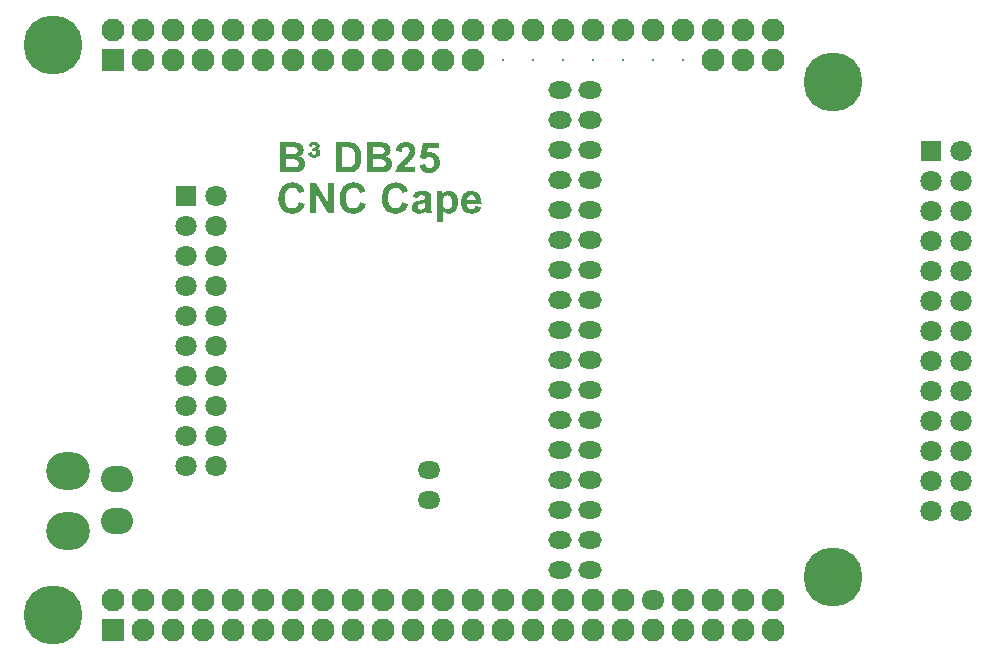
<source format=gts>
G04*
G04 #@! TF.GenerationSoftware,Altium Limited,CircuitStudio,1.5.2 (30)*
G04*
G04 Layer_Color=20142*
%FSLAX44Y44*%
%MOMM*%
G71*
G01*
G75*
%ADD45C,1.8032*%
%ADD46R,1.8032X1.8032*%
%ADD47O,3.7032X3.2032*%
%ADD48O,2.7032X2.2032*%
%ADD49O,1.9812X1.4732*%
%ADD50R,1.9532X1.9532*%
%ADD51C,1.9532*%
%ADD52O,1.9532X1.7032*%
%ADD53C,0.2032*%
%ADD54C,5.0033*%
%ADD55C,5.0032*%
%ADD56O,1.9304X1.4732*%
G36*
X3516778Y2009941D02*
X3517111Y2009904D01*
X3517518Y2009830D01*
X3517963Y2009756D01*
X3518444Y2009645D01*
X3518963Y2009496D01*
X3519481Y2009311D01*
X3520037Y2009089D01*
X3520592Y2008793D01*
X3521111Y2008497D01*
X3521629Y2008126D01*
X3522148Y2007682D01*
X3522592Y2007200D01*
X3522629Y2007163D01*
X3522703Y2007089D01*
X3522814Y2006904D01*
X3522962Y2006682D01*
X3523148Y2006386D01*
X3523333Y2006052D01*
X3523555Y2005608D01*
X3523777Y2005126D01*
X3523999Y2004571D01*
X3524221Y2003941D01*
X3524407Y2003275D01*
X3524592Y2002497D01*
X3524740Y2001682D01*
X3524851Y2000794D01*
X3524925Y1999868D01*
Y1998831D01*
X3512630D01*
Y1998794D01*
Y1998720D01*
Y1998609D01*
X3512667Y1998461D01*
X3512704Y1998090D01*
X3512778Y1997572D01*
X3512926Y1997053D01*
X3513148Y1996461D01*
X3513408Y1995905D01*
X3513778Y1995424D01*
X3513815Y1995387D01*
X3514000Y1995239D01*
X3514222Y1995054D01*
X3514556Y1994831D01*
X3514963Y1994609D01*
X3515482Y1994424D01*
X3516037Y1994276D01*
X3516630Y1994239D01*
X3516815D01*
X3517037Y1994276D01*
X3517296Y1994313D01*
X3517592Y1994387D01*
X3517926Y1994498D01*
X3518259Y1994646D01*
X3518555Y1994868D01*
X3518593Y1994905D01*
X3518704Y1994979D01*
X3518852Y1995128D01*
X3519000Y1995350D01*
X3519222Y1995646D01*
X3519407Y1995979D01*
X3519592Y1996424D01*
X3519778Y1996905D01*
X3524666Y1996090D01*
Y1996053D01*
X3524629Y1995979D01*
X3524555Y1995831D01*
X3524481Y1995646D01*
X3524370Y1995424D01*
X3524258Y1995165D01*
X3523925Y1994572D01*
X3523518Y1993905D01*
X3522999Y1993202D01*
X3522370Y1992572D01*
X3521666Y1991980D01*
X3521629D01*
X3521592Y1991906D01*
X3521444Y1991869D01*
X3521296Y1991758D01*
X3521111Y1991647D01*
X3520851Y1991535D01*
X3520592Y1991424D01*
X3520259Y1991276D01*
X3519518Y1991017D01*
X3518666Y1990795D01*
X3517667Y1990647D01*
X3516593Y1990573D01*
X3516371D01*
X3516148Y1990609D01*
X3515815D01*
X3515407Y1990684D01*
X3514926Y1990758D01*
X3514408Y1990832D01*
X3513889Y1990980D01*
X3513297Y1991128D01*
X3512704Y1991350D01*
X3512112Y1991609D01*
X3511519Y1991906D01*
X3510927Y1992276D01*
X3510371Y1992683D01*
X3509890Y1993165D01*
X3509408Y1993720D01*
X3509371Y1993757D01*
X3509334Y1993831D01*
X3509260Y1993980D01*
X3509112Y1994165D01*
X3509001Y1994424D01*
X3508853Y1994720D01*
X3508668Y1995054D01*
X3508519Y1995461D01*
X3508334Y1995905D01*
X3508186Y1996387D01*
X3508001Y1996905D01*
X3507890Y1997498D01*
X3507779Y1998090D01*
X3507668Y1998720D01*
X3507631Y1999423D01*
X3507593Y2000127D01*
Y2000164D01*
Y2000312D01*
Y2000571D01*
X3507631Y2000905D01*
X3507668Y2001275D01*
X3507704Y2001720D01*
X3507779Y2002201D01*
X3507890Y2002756D01*
X3508186Y2003905D01*
X3508371Y2004497D01*
X3508593Y2005126D01*
X3508890Y2005719D01*
X3509223Y2006275D01*
X3509593Y2006830D01*
X3510001Y2007348D01*
X3510038Y2007386D01*
X3510112Y2007460D01*
X3510260Y2007608D01*
X3510445Y2007756D01*
X3510667Y2007941D01*
X3510963Y2008163D01*
X3511297Y2008423D01*
X3511667Y2008682D01*
X3512075Y2008904D01*
X3512556Y2009163D01*
X3513037Y2009385D01*
X3513593Y2009570D01*
X3514148Y2009719D01*
X3514778Y2009867D01*
X3515407Y2009941D01*
X3516074Y2009978D01*
X3516482D01*
X3516778Y2009941D01*
D02*
G37*
G36*
X3475263D02*
X3475560D01*
X3476300Y2009867D01*
X3477078Y2009793D01*
X3477893Y2009645D01*
X3478671Y2009422D01*
X3479004Y2009311D01*
X3479337Y2009163D01*
X3479374D01*
X3479411Y2009126D01*
X3479596Y2009015D01*
X3479893Y2008867D01*
X3480226Y2008645D01*
X3480633Y2008348D01*
X3481004Y2008015D01*
X3481337Y2007608D01*
X3481633Y2007200D01*
X3481670Y2007126D01*
X3481744Y2006978D01*
X3481855Y2006645D01*
X3481892Y2006460D01*
X3481967Y2006201D01*
X3482041Y2005941D01*
X3482078Y2005608D01*
X3482152Y2005238D01*
X3482189Y2004830D01*
X3482226Y2004386D01*
X3482263Y2003905D01*
X3482300Y2003386D01*
Y2002793D01*
X3482226Y1997053D01*
Y1997016D01*
Y1996942D01*
Y1996831D01*
Y1996646D01*
Y1996201D01*
X3482263Y1995683D01*
Y1995090D01*
X3482337Y1994498D01*
X3482374Y1993905D01*
X3482448Y1993424D01*
Y1993387D01*
X3482485Y1993239D01*
X3482559Y1992980D01*
X3482633Y1992683D01*
X3482781Y1992313D01*
X3482929Y1991906D01*
X3483115Y1991461D01*
X3483337Y1990980D01*
X3478485D01*
Y1991017D01*
X3478448Y1991054D01*
X3478411Y1991202D01*
X3478337Y1991350D01*
X3478263Y1991535D01*
X3478189Y1991795D01*
X3478115Y1992091D01*
X3478004Y1992424D01*
Y1992461D01*
X3477967Y1992498D01*
X3477930Y1992646D01*
X3477856Y1992832D01*
X3477819Y1992980D01*
X3477745Y1992943D01*
X3477597Y1992794D01*
X3477337Y1992572D01*
X3477004Y1992313D01*
X3476597Y1992017D01*
X3476152Y1991684D01*
X3475634Y1991424D01*
X3475115Y1991165D01*
X3475041Y1991128D01*
X3474856Y1991091D01*
X3474560Y1990980D01*
X3474189Y1990869D01*
X3473745Y1990758D01*
X3473227Y1990684D01*
X3472634Y1990609D01*
X3472042Y1990573D01*
X3471783D01*
X3471560Y1990609D01*
X3471338D01*
X3471042Y1990647D01*
X3470412Y1990758D01*
X3469672Y1990943D01*
X3468931Y1991202D01*
X3468190Y1991572D01*
X3467523Y1992091D01*
Y1992128D01*
X3467450Y1992165D01*
X3467264Y1992387D01*
X3467005Y1992720D01*
X3466709Y1993165D01*
X3466413Y1993720D01*
X3466153Y1994387D01*
X3465968Y1995165D01*
X3465931Y1995572D01*
X3465894Y1996016D01*
Y1996090D01*
Y1996276D01*
X3465931Y1996572D01*
X3466005Y1996942D01*
X3466079Y1997387D01*
X3466190Y1997831D01*
X3466376Y1998312D01*
X3466635Y1998794D01*
X3466672Y1998868D01*
X3466783Y1999016D01*
X3466931Y1999238D01*
X3467190Y1999498D01*
X3467450Y1999794D01*
X3467820Y2000127D01*
X3468227Y2000423D01*
X3468709Y2000683D01*
X3468783Y2000720D01*
X3468968Y2000794D01*
X3469264Y2000905D01*
X3469709Y2001090D01*
X3470264Y2001275D01*
X3470931Y2001460D01*
X3471745Y2001645D01*
X3472634Y2001831D01*
X3472671D01*
X3472782Y2001868D01*
X3472968Y2001905D01*
X3473190Y2001942D01*
X3473486Y2001979D01*
X3473819Y2002053D01*
X3474560Y2002238D01*
X3475338Y2002423D01*
X3476152Y2002608D01*
X3476856Y2002831D01*
X3477189Y2002942D01*
X3477448Y2003053D01*
Y2003534D01*
Y2003608D01*
Y2003756D01*
X3477411Y2004016D01*
X3477374Y2004349D01*
X3477263Y2004682D01*
X3477152Y2005015D01*
X3476967Y2005312D01*
X3476708Y2005571D01*
X3476671Y2005608D01*
X3476560Y2005682D01*
X3476375Y2005756D01*
X3476115Y2005904D01*
X3475745Y2006015D01*
X3475301Y2006089D01*
X3474745Y2006163D01*
X3474078Y2006201D01*
X3473856D01*
X3473634Y2006163D01*
X3473338Y2006126D01*
X3473004Y2006052D01*
X3472634Y2005978D01*
X3472301Y2005830D01*
X3472005Y2005645D01*
X3471967Y2005608D01*
X3471894Y2005534D01*
X3471745Y2005423D01*
X3471597Y2005238D01*
X3471375Y2004978D01*
X3471190Y2004645D01*
X3471005Y2004275D01*
X3470820Y2003830D01*
X3466413Y2004645D01*
Y2004682D01*
X3466450Y2004756D01*
X3466487Y2004904D01*
X3466561Y2005090D01*
X3466635Y2005312D01*
X3466746Y2005571D01*
X3467005Y2006163D01*
X3467375Y2006793D01*
X3467820Y2007460D01*
X3468338Y2008089D01*
X3468968Y2008645D01*
X3469005D01*
X3469042Y2008719D01*
X3469153Y2008756D01*
X3469301Y2008867D01*
X3469523Y2008941D01*
X3469745Y2009052D01*
X3470042Y2009200D01*
X3470338Y2009311D01*
X3470709Y2009422D01*
X3471116Y2009570D01*
X3471560Y2009682D01*
X3472079Y2009756D01*
X3472597Y2009867D01*
X3473190Y2009904D01*
X3473782Y2009978D01*
X3475004D01*
X3475263Y2009941D01*
D02*
G37*
G36*
X3439590Y2051020D02*
X3440330Y2050983D01*
X3441071Y2050946D01*
X3441775Y2050872D01*
X3442404Y2050798D01*
X3442478D01*
X3442663Y2050761D01*
X3442923Y2050686D01*
X3443293Y2050575D01*
X3443700Y2050427D01*
X3444145Y2050242D01*
X3444626Y2050020D01*
X3445070Y2049724D01*
X3445107Y2049687D01*
X3445256Y2049576D01*
X3445478Y2049390D01*
X3445774Y2049168D01*
X3446070Y2048835D01*
X3446404Y2048465D01*
X3446737Y2048057D01*
X3447033Y2047576D01*
X3447070Y2047502D01*
X3447144Y2047354D01*
X3447292Y2047057D01*
X3447440Y2046687D01*
X3447589Y2046243D01*
X3447737Y2045761D01*
X3447811Y2045169D01*
X3447848Y2044576D01*
Y2044539D01*
Y2044502D01*
Y2044280D01*
X3447811Y2043947D01*
X3447737Y2043502D01*
X3447589Y2042984D01*
X3447440Y2042428D01*
X3447181Y2041873D01*
X3446848Y2041280D01*
X3446811Y2041206D01*
X3446663Y2041021D01*
X3446441Y2040762D01*
X3446182Y2040428D01*
X3445811Y2040095D01*
X3445367Y2039688D01*
X3444848Y2039354D01*
X3444256Y2039021D01*
X3444293D01*
X3444367Y2038984D01*
X3444478Y2038947D01*
X3444626Y2038910D01*
X3445070Y2038725D01*
X3445589Y2038466D01*
X3446144Y2038169D01*
X3446774Y2037762D01*
X3447329Y2037280D01*
X3447848Y2036688D01*
X3447885Y2036614D01*
X3448033Y2036392D01*
X3448255Y2036058D01*
X3448477Y2035614D01*
X3448700Y2035022D01*
X3448922Y2034392D01*
X3449070Y2033651D01*
X3449107Y2032836D01*
Y2032800D01*
Y2032762D01*
Y2032540D01*
X3449070Y2032207D01*
X3448996Y2031763D01*
X3448922Y2031244D01*
X3448774Y2030652D01*
X3448552Y2030059D01*
X3448293Y2029429D01*
X3448255Y2029355D01*
X3448144Y2029170D01*
X3447959Y2028874D01*
X3447700Y2028504D01*
X3447404Y2028059D01*
X3446996Y2027652D01*
X3446589Y2027207D01*
X3446070Y2026800D01*
X3445996Y2026763D01*
X3445811Y2026652D01*
X3445515Y2026467D01*
X3445107Y2026282D01*
X3444589Y2026059D01*
X3443997Y2025874D01*
X3443330Y2025689D01*
X3442589Y2025578D01*
X3442441D01*
X3442293Y2025541D01*
X3441923D01*
X3441664Y2025504D01*
X3440960D01*
X3440515Y2025467D01*
X3439404D01*
X3438775Y2025430D01*
X3427665D01*
Y2051057D01*
X3438923D01*
X3439590Y2051020D01*
D02*
G37*
G36*
X3383818Y2051316D02*
X3384299Y2051242D01*
X3384854Y2051131D01*
X3385410Y2050909D01*
X3385966Y2050650D01*
X3386484Y2050279D01*
X3386558Y2050242D01*
X3386706Y2050094D01*
X3386891Y2049872D01*
X3387151Y2049576D01*
X3387373Y2049205D01*
X3387595Y2048798D01*
X3387743Y2048316D01*
X3387780Y2047798D01*
Y2047761D01*
Y2047687D01*
Y2047576D01*
X3387743Y2047390D01*
X3387632Y2047020D01*
X3387410Y2046576D01*
X3387373Y2046539D01*
X3387336Y2046465D01*
X3387225Y2046317D01*
X3387076Y2046131D01*
X3386891Y2045909D01*
X3386632Y2045687D01*
X3386373Y2045502D01*
X3386077Y2045280D01*
X3386114D01*
X3386262Y2045206D01*
X3386484Y2045094D01*
X3386743Y2044983D01*
X3387039Y2044798D01*
X3387336Y2044576D01*
X3387632Y2044354D01*
X3387891Y2044058D01*
X3387928Y2044021D01*
X3388002Y2043909D01*
X3388076Y2043761D01*
X3388224Y2043502D01*
X3388336Y2043243D01*
X3388410Y2042910D01*
X3388484Y2042576D01*
X3388521Y2042169D01*
Y2042095D01*
X3388484Y2041873D01*
X3388447Y2041576D01*
X3388336Y2041169D01*
X3388150Y2040725D01*
X3387891Y2040206D01*
X3387521Y2039725D01*
X3387039Y2039206D01*
X3386965Y2039169D01*
X3386780Y2039021D01*
X3386447Y2038799D01*
X3386003Y2038577D01*
X3385447Y2038354D01*
X3384780Y2038132D01*
X3384003Y2037984D01*
X3383151Y2037947D01*
X3382780D01*
X3382373Y2038021D01*
X3381855Y2038095D01*
X3381299Y2038206D01*
X3380707Y2038392D01*
X3380114Y2038651D01*
X3379559Y2039021D01*
X3379485Y2039058D01*
X3379337Y2039243D01*
X3379114Y2039465D01*
X3378855Y2039799D01*
X3378596Y2040243D01*
X3378337Y2040725D01*
X3378152Y2041317D01*
X3378004Y2041984D01*
X3381225Y2042354D01*
Y2042317D01*
X3381262Y2042206D01*
X3381299Y2042021D01*
X3381336Y2041799D01*
X3381522Y2041354D01*
X3381670Y2041095D01*
X3381818Y2040910D01*
X3381855D01*
X3381929Y2040836D01*
X3382040Y2040762D01*
X3382188Y2040688D01*
X3382373Y2040614D01*
X3382596Y2040539D01*
X3382855Y2040502D01*
X3383151Y2040465D01*
X3383299D01*
X3383447Y2040502D01*
X3383633Y2040539D01*
X3384077Y2040688D01*
X3384299Y2040799D01*
X3384521Y2040984D01*
X3384558Y2041021D01*
X3384595Y2041095D01*
X3384706Y2041206D01*
X3384818Y2041354D01*
X3384891Y2041539D01*
X3385003Y2041761D01*
X3385040Y2042021D01*
X3385077Y2042317D01*
Y2042354D01*
Y2042428D01*
X3385040Y2042576D01*
X3385003Y2042761D01*
X3384854Y2043132D01*
X3384743Y2043354D01*
X3384558Y2043539D01*
X3384521Y2043576D01*
X3384484Y2043613D01*
X3384336Y2043687D01*
X3384188Y2043798D01*
X3383781Y2043983D01*
X3383558Y2044021D01*
X3383262Y2044058D01*
X3383040D01*
X3382855Y2044021D01*
X3382632Y2043983D01*
X3382373Y2043947D01*
X3382040Y2043872D01*
X3381670Y2043761D01*
X3382077Y2046354D01*
X3382373D01*
X3382596Y2046391D01*
X3383040Y2046428D01*
X3383484Y2046539D01*
X3383521D01*
X3383558Y2046576D01*
X3383781Y2046687D01*
X3384003Y2046835D01*
X3384225Y2047020D01*
X3384262Y2047094D01*
X3384336Y2047242D01*
X3384410Y2047465D01*
X3384447Y2047724D01*
Y2047761D01*
Y2047798D01*
X3384410Y2048020D01*
X3384299Y2048279D01*
X3384077Y2048539D01*
X3384003Y2048576D01*
X3383818Y2048724D01*
X3383484Y2048835D01*
X3383003Y2048872D01*
X3382892D01*
X3382744Y2048835D01*
X3382596D01*
X3382225Y2048687D01*
X3382040Y2048613D01*
X3381855Y2048465D01*
X3381781Y2048390D01*
X3381707Y2048279D01*
X3381633Y2048168D01*
X3381522Y2047983D01*
X3381447Y2047761D01*
X3381373Y2047465D01*
X3381299Y2047168D01*
X3378188Y2047613D01*
Y2047650D01*
X3378226Y2047687D01*
X3378263Y2047909D01*
X3378374Y2048205D01*
X3378485Y2048613D01*
X3378670Y2049020D01*
X3378892Y2049427D01*
X3379151Y2049835D01*
X3379448Y2050168D01*
X3379522Y2050205D01*
X3379707Y2050353D01*
X3380003Y2050538D01*
X3380410Y2050798D01*
X3380929Y2051020D01*
X3381559Y2051205D01*
X3382262Y2051353D01*
X3383077Y2051390D01*
X3383447D01*
X3383818Y2051316D01*
D02*
G37*
G36*
X3488510Y2046131D02*
X3479215D01*
X3478438Y2041761D01*
X3478474D01*
X3478511Y2041799D01*
X3478734Y2041910D01*
X3479067Y2042021D01*
X3479474Y2042206D01*
X3479993Y2042354D01*
X3480548Y2042465D01*
X3481178Y2042576D01*
X3481807Y2042613D01*
X3482141D01*
X3482363Y2042576D01*
X3482622Y2042539D01*
X3482955Y2042502D01*
X3483326Y2042428D01*
X3483733Y2042317D01*
X3484585Y2042021D01*
X3485066Y2041836D01*
X3485511Y2041613D01*
X3485992Y2041317D01*
X3486474Y2040984D01*
X3486918Y2040614D01*
X3487362Y2040206D01*
X3487399Y2040169D01*
X3487473Y2040095D01*
X3487585Y2039947D01*
X3487733Y2039762D01*
X3487881Y2039539D01*
X3488103Y2039243D01*
X3488288Y2038910D01*
X3488510Y2038540D01*
X3488733Y2038132D01*
X3488918Y2037651D01*
X3489140Y2037132D01*
X3489288Y2036614D01*
X3489436Y2036021D01*
X3489547Y2035392D01*
X3489621Y2034725D01*
X3489659Y2034022D01*
Y2033985D01*
Y2033873D01*
Y2033725D01*
X3489621Y2033503D01*
Y2033207D01*
X3489547Y2032874D01*
X3489510Y2032503D01*
X3489436Y2032133D01*
X3489214Y2031244D01*
X3488881Y2030281D01*
X3488659Y2029763D01*
X3488436Y2029281D01*
X3488140Y2028800D01*
X3487807Y2028318D01*
X3487770Y2028281D01*
X3487696Y2028170D01*
X3487548Y2028022D01*
X3487362Y2027800D01*
X3487103Y2027541D01*
X3486770Y2027245D01*
X3486400Y2026948D01*
X3485992Y2026652D01*
X3485511Y2026319D01*
X3484992Y2026022D01*
X3484437Y2025726D01*
X3483807Y2025467D01*
X3483141Y2025245D01*
X3482437Y2025097D01*
X3481659Y2024986D01*
X3480844Y2024948D01*
X3480511D01*
X3480252Y2024986D01*
X3479956Y2025022D01*
X3479585Y2025060D01*
X3479215Y2025097D01*
X3478771Y2025171D01*
X3477882Y2025393D01*
X3476882Y2025763D01*
X3476400Y2025948D01*
X3475919Y2026208D01*
X3475475Y2026504D01*
X3475030Y2026837D01*
X3474993Y2026874D01*
X3474919Y2026911D01*
X3474808Y2027022D01*
X3474660Y2027170D01*
X3474512Y2027393D01*
X3474290Y2027615D01*
X3474105Y2027874D01*
X3473882Y2028170D01*
X3473623Y2028541D01*
X3473401Y2028911D01*
X3472993Y2029800D01*
X3472623Y2030800D01*
X3472512Y2031355D01*
X3472401Y2031948D01*
X3477289Y2032466D01*
Y2032392D01*
X3477326Y2032207D01*
X3477401Y2031874D01*
X3477512Y2031503D01*
X3477660Y2031096D01*
X3477882Y2030652D01*
X3478178Y2030244D01*
X3478511Y2029837D01*
X3478549Y2029800D01*
X3478697Y2029689D01*
X3478919Y2029541D01*
X3479215Y2029355D01*
X3479548Y2029170D01*
X3479956Y2029022D01*
X3480437Y2028911D01*
X3480919Y2028874D01*
X3480993D01*
X3481178Y2028911D01*
X3481474Y2028948D01*
X3481844Y2029022D01*
X3482252Y2029170D01*
X3482696Y2029392D01*
X3483141Y2029726D01*
X3483548Y2030133D01*
X3483585Y2030207D01*
X3483733Y2030355D01*
X3483881Y2030652D01*
X3484103Y2031096D01*
X3484289Y2031614D01*
X3484474Y2032244D01*
X3484585Y2033022D01*
X3484622Y2033911D01*
Y2033947D01*
Y2034022D01*
Y2034133D01*
Y2034318D01*
X3484585Y2034725D01*
X3484474Y2035244D01*
X3484363Y2035836D01*
X3484178Y2036429D01*
X3483918Y2036984D01*
X3483548Y2037466D01*
X3483511Y2037503D01*
X3483363Y2037651D01*
X3483104Y2037836D01*
X3482807Y2038095D01*
X3482400Y2038317D01*
X3481919Y2038503D01*
X3481363Y2038651D01*
X3480771Y2038688D01*
X3480548D01*
X3480400Y2038651D01*
X3480030Y2038577D01*
X3479511Y2038466D01*
X3478919Y2038243D01*
X3478289Y2037910D01*
X3477956Y2037688D01*
X3477623Y2037429D01*
X3477289Y2037132D01*
X3476956Y2036799D01*
X3472993Y2037354D01*
X3475512Y2050724D01*
X3488510D01*
Y2046131D01*
D02*
G37*
G36*
X3461476Y2051168D02*
X3461809Y2051131D01*
X3462180Y2051094D01*
X3462587Y2051020D01*
X3463032Y2050946D01*
X3463994Y2050686D01*
X3464957Y2050316D01*
X3465476Y2050094D01*
X3465920Y2049835D01*
X3466402Y2049501D01*
X3466809Y2049131D01*
X3466846Y2049094D01*
X3466920Y2049057D01*
X3466994Y2048909D01*
X3467142Y2048761D01*
X3467327Y2048576D01*
X3467513Y2048316D01*
X3467698Y2048057D01*
X3467920Y2047724D01*
X3468290Y2046983D01*
X3468661Y2046131D01*
X3468809Y2045650D01*
X3468883Y2045132D01*
X3468957Y2044576D01*
X3468994Y2044021D01*
Y2043947D01*
Y2043724D01*
X3468957Y2043391D01*
X3468920Y2042984D01*
X3468846Y2042465D01*
X3468735Y2041910D01*
X3468587Y2041317D01*
X3468364Y2040725D01*
X3468327Y2040650D01*
X3468253Y2040465D01*
X3468105Y2040132D01*
X3467883Y2039725D01*
X3467624Y2039243D01*
X3467290Y2038688D01*
X3466883Y2038095D01*
X3466402Y2037466D01*
X3466365Y2037429D01*
X3466216Y2037243D01*
X3465994Y2036984D01*
X3465661Y2036614D01*
X3465216Y2036169D01*
X3464661Y2035577D01*
X3463994Y2034947D01*
X3463180Y2034170D01*
X3463143Y2034133D01*
X3463069Y2034096D01*
X3462957Y2033985D01*
X3462809Y2033836D01*
X3462402Y2033466D01*
X3461920Y2033022D01*
X3461439Y2032540D01*
X3460958Y2032059D01*
X3460513Y2031651D01*
X3460365Y2031466D01*
X3460217Y2031318D01*
X3460180Y2031281D01*
X3460106Y2031207D01*
X3459995Y2031059D01*
X3459847Y2030874D01*
X3459514Y2030466D01*
X3459217Y2029985D01*
X3468994D01*
Y2025430D01*
X3451773D01*
Y2025467D01*
Y2025541D01*
X3451811Y2025689D01*
X3451848Y2025874D01*
X3451884Y2026096D01*
X3451922Y2026356D01*
X3452070Y2027022D01*
X3452292Y2027763D01*
X3452588Y2028578D01*
X3452958Y2029467D01*
X3453440Y2030318D01*
Y2030355D01*
X3453514Y2030429D01*
X3453588Y2030578D01*
X3453736Y2030726D01*
X3453884Y2030985D01*
X3454107Y2031244D01*
X3454366Y2031577D01*
X3454662Y2031948D01*
X3454995Y2032392D01*
X3455403Y2032836D01*
X3455847Y2033355D01*
X3456366Y2033911D01*
X3456921Y2034466D01*
X3457551Y2035096D01*
X3458217Y2035762D01*
X3458958Y2036466D01*
X3458995Y2036503D01*
X3459106Y2036614D01*
X3459254Y2036762D01*
X3459476Y2036984D01*
X3459773Y2037206D01*
X3460069Y2037503D01*
X3460735Y2038169D01*
X3461402Y2038873D01*
X3462069Y2039577D01*
X3462365Y2039873D01*
X3462661Y2040206D01*
X3462883Y2040465D01*
X3463032Y2040688D01*
X3463069Y2040762D01*
X3463180Y2040947D01*
X3463365Y2041243D01*
X3463550Y2041650D01*
X3463735Y2042095D01*
X3463920Y2042613D01*
X3464031Y2043132D01*
X3464069Y2043687D01*
Y2043724D01*
Y2043761D01*
Y2043947D01*
X3464031Y2044280D01*
X3463958Y2044650D01*
X3463846Y2045058D01*
X3463698Y2045465D01*
X3463476Y2045872D01*
X3463180Y2046243D01*
X3463143Y2046279D01*
X3463032Y2046391D01*
X3462809Y2046539D01*
X3462550Y2046687D01*
X3462180Y2046835D01*
X3461772Y2046983D01*
X3461291Y2047094D01*
X3460735Y2047131D01*
X3460476D01*
X3460180Y2047094D01*
X3459847Y2047020D01*
X3459439Y2046909D01*
X3459032Y2046724D01*
X3458625Y2046502D01*
X3458254Y2046205D01*
X3458217Y2046169D01*
X3458106Y2046020D01*
X3457958Y2045798D01*
X3457810Y2045465D01*
X3457625Y2045058D01*
X3457477Y2044502D01*
X3457328Y2043872D01*
X3457254Y2043132D01*
X3452366Y2043613D01*
Y2043650D01*
X3452403Y2043798D01*
Y2043983D01*
X3452477Y2044280D01*
X3452514Y2044613D01*
X3452625Y2044983D01*
X3452737Y2045391D01*
X3452848Y2045872D01*
X3453218Y2046798D01*
X3453662Y2047761D01*
X3453958Y2048242D01*
X3454292Y2048687D01*
X3454662Y2049057D01*
X3455069Y2049427D01*
X3455107Y2049464D01*
X3455180Y2049501D01*
X3455292Y2049576D01*
X3455477Y2049724D01*
X3455699Y2049835D01*
X3455995Y2049983D01*
X3456292Y2050168D01*
X3456662Y2050316D01*
X3457069Y2050501D01*
X3457514Y2050650D01*
X3458477Y2050946D01*
X3459625Y2051131D01*
X3460217Y2051168D01*
X3460847Y2051205D01*
X3461217D01*
X3461476Y2051168D01*
D02*
G37*
G36*
X3412333Y2051020D02*
X3413037Y2050983D01*
X3413814Y2050946D01*
X3414629Y2050835D01*
X3415407Y2050724D01*
X3416111Y2050538D01*
X3416147D01*
X3416222Y2050501D01*
X3416333Y2050464D01*
X3416481Y2050427D01*
X3416925Y2050242D01*
X3417444Y2049983D01*
X3418036Y2049650D01*
X3418703Y2049242D01*
X3419332Y2048761D01*
X3419962Y2048168D01*
X3419999D01*
X3420036Y2048094D01*
X3420221Y2047872D01*
X3420518Y2047502D01*
X3420851Y2047020D01*
X3421258Y2046428D01*
X3421666Y2045724D01*
X3422073Y2044909D01*
X3422406Y2044021D01*
Y2043983D01*
X3422443Y2043909D01*
X3422480Y2043761D01*
X3422554Y2043576D01*
X3422591Y2043354D01*
X3422665Y2043058D01*
X3422740Y2042724D01*
X3422851Y2042354D01*
X3422924Y2041947D01*
X3422999Y2041465D01*
X3423073Y2040984D01*
X3423110Y2040428D01*
X3423221Y2039280D01*
X3423258Y2037984D01*
Y2037947D01*
Y2037836D01*
Y2037688D01*
Y2037466D01*
X3423221Y2037169D01*
Y2036873D01*
X3423184Y2036503D01*
X3423147Y2036095D01*
X3423073Y2035244D01*
X3422924Y2034355D01*
X3422702Y2033429D01*
X3422443Y2032540D01*
Y2032503D01*
X3422406Y2032429D01*
X3422332Y2032281D01*
X3422258Y2032059D01*
X3422184Y2031837D01*
X3422036Y2031577D01*
X3421740Y2030911D01*
X3421369Y2030207D01*
X3420888Y2029429D01*
X3420332Y2028689D01*
X3419703Y2027985D01*
X3419629Y2027911D01*
X3419443Y2027763D01*
X3419147Y2027541D01*
X3418740Y2027245D01*
X3418221Y2026911D01*
X3417629Y2026578D01*
X3416888Y2026245D01*
X3416074Y2025948D01*
X3416036D01*
X3415999Y2025911D01*
X3415888D01*
X3415777Y2025874D01*
X3415370Y2025800D01*
X3414851Y2025689D01*
X3414222Y2025578D01*
X3413444Y2025504D01*
X3412518Y2025467D01*
X3411518Y2025430D01*
X3401816D01*
Y2051057D01*
X3412037D01*
X3412333Y2051020D01*
D02*
G37*
G36*
X3365719Y2017051D02*
X3366127Y2017014D01*
X3366571Y2016940D01*
X3367090Y2016866D01*
X3367645Y2016755D01*
X3368238Y2016607D01*
X3368867Y2016422D01*
X3369497Y2016199D01*
X3370163Y2015903D01*
X3370793Y2015607D01*
X3371385Y2015237D01*
X3372015Y2014792D01*
X3372570Y2014311D01*
X3372607D01*
X3372644Y2014237D01*
X3372756Y2014126D01*
X3372867Y2014014D01*
X3373015Y2013829D01*
X3373163Y2013607D01*
X3373570Y2013089D01*
X3373978Y2012422D01*
X3374422Y2011607D01*
X3374829Y2010681D01*
X3375200Y2009608D01*
X3370089Y2008385D01*
Y2008423D01*
X3370052Y2008459D01*
Y2008571D01*
X3369978Y2008719D01*
X3369867Y2009052D01*
X3369682Y2009496D01*
X3369423Y2010015D01*
X3369089Y2010533D01*
X3368645Y2011052D01*
X3368163Y2011496D01*
X3368090Y2011533D01*
X3367904Y2011681D01*
X3367608Y2011867D01*
X3367201Y2012089D01*
X3366682Y2012311D01*
X3366090Y2012496D01*
X3365423Y2012644D01*
X3364682Y2012681D01*
X3364423D01*
X3364201Y2012644D01*
X3363979Y2012607D01*
X3363683Y2012570D01*
X3363053Y2012422D01*
X3362312Y2012163D01*
X3361535Y2011792D01*
X3361127Y2011570D01*
X3360757Y2011311D01*
X3360386Y2010978D01*
X3360053Y2010607D01*
Y2010570D01*
X3359979Y2010496D01*
X3359905Y2010385D01*
X3359794Y2010200D01*
X3359646Y2009978D01*
X3359498Y2009719D01*
X3359350Y2009385D01*
X3359201Y2009015D01*
X3359016Y2008571D01*
X3358868Y2008089D01*
X3358720Y2007534D01*
X3358572Y2006941D01*
X3358461Y2006275D01*
X3358387Y2005571D01*
X3358350Y2004793D01*
X3358313Y2003941D01*
Y2003905D01*
Y2003719D01*
Y2003460D01*
X3358350Y2003164D01*
Y2002756D01*
X3358424Y2002275D01*
X3358461Y2001794D01*
X3358535Y2001238D01*
X3358757Y2000090D01*
X3359053Y1998942D01*
X3359239Y1998387D01*
X3359498Y1997868D01*
X3359757Y1997387D01*
X3360053Y1996979D01*
X3360090Y1996942D01*
X3360127Y1996905D01*
X3360238Y1996794D01*
X3360386Y1996646D01*
X3360757Y1996350D01*
X3361275Y1995979D01*
X3361905Y1995572D01*
X3362682Y1995276D01*
X3363571Y1995016D01*
X3364053Y1994979D01*
X3364571Y1994942D01*
X3364756D01*
X3364904Y1994979D01*
X3365312Y1995016D01*
X3365793Y1995090D01*
X3366312Y1995276D01*
X3366904Y1995498D01*
X3367497Y1995794D01*
X3368090Y1996239D01*
X3368163Y1996313D01*
X3368349Y1996498D01*
X3368608Y1996794D01*
X3368904Y1997238D01*
X3369275Y1997831D01*
X3369608Y1998535D01*
X3369941Y1999386D01*
X3370237Y2000386D01*
X3375274Y1998831D01*
Y1998794D01*
X3375237Y1998646D01*
X3375163Y1998423D01*
X3375052Y1998127D01*
X3374904Y1997794D01*
X3374755Y1997387D01*
X3374570Y1996942D01*
X3374348Y1996461D01*
X3373830Y1995461D01*
X3373163Y1994424D01*
X3372348Y1993424D01*
X3371904Y1992980D01*
X3371422Y1992572D01*
X3371385Y1992535D01*
X3371311Y1992498D01*
X3371163Y1992387D01*
X3370941Y1992239D01*
X3370682Y1992091D01*
X3370349Y1991943D01*
X3369978Y1991758D01*
X3369571Y1991572D01*
X3369089Y1991350D01*
X3368571Y1991165D01*
X3368015Y1991017D01*
X3367423Y1990869D01*
X3366793Y1990721D01*
X3366090Y1990609D01*
X3365386Y1990573D01*
X3364608Y1990535D01*
X3364386D01*
X3364127Y1990573D01*
X3363757Y1990609D01*
X3363349Y1990647D01*
X3362831Y1990721D01*
X3362275Y1990832D01*
X3361646Y1990980D01*
X3361016Y1991165D01*
X3360349Y1991387D01*
X3359646Y1991684D01*
X3358942Y1992017D01*
X3358239Y1992387D01*
X3357535Y1992869D01*
X3356868Y1993387D01*
X3356239Y1994017D01*
X3356202Y1994054D01*
X3356091Y1994165D01*
X3355943Y1994387D01*
X3355721Y1994646D01*
X3355498Y1995016D01*
X3355202Y1995424D01*
X3354906Y1995942D01*
X3354609Y1996535D01*
X3354313Y1997164D01*
X3354017Y1997868D01*
X3353721Y1998683D01*
X3353499Y1999534D01*
X3353276Y2000423D01*
X3353128Y2001423D01*
X3353017Y2002460D01*
X3352980Y2003571D01*
Y2003608D01*
Y2003645D01*
Y2003867D01*
X3353017Y2004201D01*
Y2004645D01*
X3353091Y2005164D01*
X3353165Y2005793D01*
X3353239Y2006460D01*
X3353387Y2007237D01*
X3353572Y2008015D01*
X3353795Y2008830D01*
X3354054Y2009645D01*
X3354387Y2010496D01*
X3354757Y2011311D01*
X3355202Y2012089D01*
X3355683Y2012829D01*
X3356276Y2013533D01*
X3356313Y2013570D01*
X3356424Y2013681D01*
X3356609Y2013866D01*
X3356868Y2014089D01*
X3357202Y2014348D01*
X3357609Y2014644D01*
X3358054Y2014977D01*
X3358609Y2015311D01*
X3359201Y2015644D01*
X3359831Y2015977D01*
X3360572Y2016273D01*
X3361312Y2016533D01*
X3362164Y2016755D01*
X3363016Y2016940D01*
X3363979Y2017051D01*
X3364942Y2017088D01*
X3365386D01*
X3365719Y2017051D01*
D02*
G37*
G36*
X3417418D02*
X3417825Y2017014D01*
X3418269Y2016940D01*
X3418788Y2016866D01*
X3419343Y2016755D01*
X3419936Y2016607D01*
X3420565Y2016422D01*
X3421195Y2016199D01*
X3421862Y2015903D01*
X3422491Y2015607D01*
X3423084Y2015237D01*
X3423713Y2014792D01*
X3424269Y2014311D01*
X3424306D01*
X3424343Y2014237D01*
X3424454Y2014126D01*
X3424565Y2014014D01*
X3424713Y2013829D01*
X3424861Y2013607D01*
X3425269Y2013089D01*
X3425676Y2012422D01*
X3426121Y2011607D01*
X3426528Y2010681D01*
X3426898Y2009608D01*
X3421788Y2008385D01*
Y2008423D01*
X3421750Y2008459D01*
Y2008571D01*
X3421677Y2008719D01*
X3421566Y2009052D01*
X3421380Y2009496D01*
X3421121Y2010015D01*
X3420788Y2010533D01*
X3420343Y2011052D01*
X3419862Y2011496D01*
X3419788Y2011533D01*
X3419603Y2011681D01*
X3419306Y2011867D01*
X3418899Y2012089D01*
X3418380Y2012311D01*
X3417788Y2012496D01*
X3417121Y2012644D01*
X3416381Y2012681D01*
X3416122D01*
X3415899Y2012644D01*
X3415677Y2012607D01*
X3415381Y2012570D01*
X3414751Y2012422D01*
X3414011Y2012163D01*
X3413233Y2011792D01*
X3412826Y2011570D01*
X3412455Y2011311D01*
X3412085Y2010978D01*
X3411752Y2010607D01*
Y2010570D01*
X3411678Y2010496D01*
X3411603Y2010385D01*
X3411492Y2010200D01*
X3411344Y2009978D01*
X3411196Y2009719D01*
X3411048Y2009385D01*
X3410900Y2009015D01*
X3410715Y2008571D01*
X3410566Y2008089D01*
X3410418Y2007534D01*
X3410270Y2006941D01*
X3410159Y2006275D01*
X3410085Y2005571D01*
X3410048Y2004793D01*
X3410011Y2003941D01*
Y2003905D01*
Y2003719D01*
Y2003460D01*
X3410048Y2003164D01*
Y2002756D01*
X3410122Y2002275D01*
X3410159Y2001794D01*
X3410233Y2001238D01*
X3410455Y2000090D01*
X3410752Y1998942D01*
X3410937Y1998387D01*
X3411196Y1997868D01*
X3411455Y1997387D01*
X3411752Y1996979D01*
X3411789Y1996942D01*
X3411826Y1996905D01*
X3411937Y1996794D01*
X3412085Y1996646D01*
X3412455Y1996350D01*
X3412974Y1995979D01*
X3413603Y1995572D01*
X3414381Y1995276D01*
X3415270Y1995016D01*
X3415751Y1994979D01*
X3416270Y1994942D01*
X3416455D01*
X3416603Y1994979D01*
X3417010Y1995016D01*
X3417492Y1995090D01*
X3418010Y1995276D01*
X3418603Y1995498D01*
X3419195Y1995794D01*
X3419788Y1996239D01*
X3419862Y1996313D01*
X3420047Y1996498D01*
X3420306Y1996794D01*
X3420602Y1997238D01*
X3420973Y1997831D01*
X3421306Y1998535D01*
X3421639Y1999386D01*
X3421936Y2000386D01*
X3426972Y1998831D01*
Y1998794D01*
X3426935Y1998646D01*
X3426861Y1998423D01*
X3426750Y1998127D01*
X3426602Y1997794D01*
X3426454Y1997387D01*
X3426269Y1996942D01*
X3426046Y1996461D01*
X3425528Y1995461D01*
X3424861Y1994424D01*
X3424047Y1993424D01*
X3423602Y1992980D01*
X3423121Y1992572D01*
X3423084Y1992535D01*
X3423010Y1992498D01*
X3422862Y1992387D01*
X3422639Y1992239D01*
X3422380Y1992091D01*
X3422047Y1991943D01*
X3421677Y1991758D01*
X3421269Y1991572D01*
X3420788Y1991350D01*
X3420269Y1991165D01*
X3419714Y1991017D01*
X3419121Y1990869D01*
X3418492Y1990721D01*
X3417788Y1990609D01*
X3417084Y1990573D01*
X3416307Y1990535D01*
X3416085D01*
X3415825Y1990573D01*
X3415455Y1990609D01*
X3415048Y1990647D01*
X3414529Y1990721D01*
X3413974Y1990832D01*
X3413344Y1990980D01*
X3412715Y1991165D01*
X3412048Y1991387D01*
X3411344Y1991684D01*
X3410641Y1992017D01*
X3409937Y1992387D01*
X3409233Y1992869D01*
X3408567Y1993387D01*
X3407937Y1994017D01*
X3407900Y1994054D01*
X3407789Y1994165D01*
X3407641Y1994387D01*
X3407419Y1994646D01*
X3407196Y1995016D01*
X3406900Y1995424D01*
X3406604Y1995942D01*
X3406308Y1996535D01*
X3406011Y1997164D01*
X3405715Y1997868D01*
X3405419Y1998683D01*
X3405197Y1999534D01*
X3404974Y2000423D01*
X3404826Y2001423D01*
X3404715Y2002460D01*
X3404678Y2003571D01*
Y2003608D01*
Y2003645D01*
Y2003867D01*
X3404715Y2004201D01*
Y2004645D01*
X3404789Y2005164D01*
X3404863Y2005793D01*
X3404937Y2006460D01*
X3405085Y2007237D01*
X3405271Y2008015D01*
X3405493Y2008830D01*
X3405752Y2009645D01*
X3406086Y2010496D01*
X3406456Y2011311D01*
X3406900Y2012089D01*
X3407382Y2012829D01*
X3407974Y2013533D01*
X3408011Y2013570D01*
X3408122Y2013681D01*
X3408307Y2013866D01*
X3408567Y2014089D01*
X3408900Y2014348D01*
X3409307Y2014644D01*
X3409752Y2014977D01*
X3410307Y2015311D01*
X3410900Y2015644D01*
X3411530Y2015977D01*
X3412270Y2016273D01*
X3413011Y2016533D01*
X3413863Y2016755D01*
X3414714Y2016940D01*
X3415677Y2017051D01*
X3416640Y2017088D01*
X3417084D01*
X3417418Y2017051D01*
D02*
G37*
G36*
X3453229D02*
X3453636Y2017014D01*
X3454081Y2016940D01*
X3454599Y2016866D01*
X3455154Y2016755D01*
X3455747Y2016607D01*
X3456377Y2016422D01*
X3457006Y2016199D01*
X3457673Y2015903D01*
X3458302Y2015607D01*
X3458895Y2015237D01*
X3459525Y2014792D01*
X3460080Y2014311D01*
X3460117D01*
X3460154Y2014237D01*
X3460265Y2014126D01*
X3460376Y2014014D01*
X3460524Y2013829D01*
X3460673Y2013607D01*
X3461080Y2013089D01*
X3461487Y2012422D01*
X3461931Y2011607D01*
X3462339Y2010681D01*
X3462709Y2009608D01*
X3457599Y2008385D01*
Y2008423D01*
X3457562Y2008459D01*
Y2008571D01*
X3457487Y2008719D01*
X3457376Y2009052D01*
X3457191Y2009496D01*
X3456932Y2010015D01*
X3456599Y2010533D01*
X3456154Y2011052D01*
X3455673Y2011496D01*
X3455599Y2011533D01*
X3455414Y2011681D01*
X3455117Y2011867D01*
X3454710Y2012089D01*
X3454192Y2012311D01*
X3453599Y2012496D01*
X3452932Y2012644D01*
X3452192Y2012681D01*
X3451933D01*
X3451711Y2012644D01*
X3451488Y2012607D01*
X3451192Y2012570D01*
X3450562Y2012422D01*
X3449822Y2012163D01*
X3449044Y2011792D01*
X3448637Y2011570D01*
X3448266Y2011311D01*
X3447896Y2010978D01*
X3447563Y2010607D01*
Y2010570D01*
X3447489Y2010496D01*
X3447415Y2010385D01*
X3447303Y2010200D01*
X3447155Y2009978D01*
X3447007Y2009719D01*
X3446859Y2009385D01*
X3446711Y2009015D01*
X3446526Y2008571D01*
X3446378Y2008089D01*
X3446230Y2007534D01*
X3446082Y2006941D01*
X3445970Y2006275D01*
X3445896Y2005571D01*
X3445859Y2004793D01*
X3445822Y2003941D01*
Y2003905D01*
Y2003719D01*
Y2003460D01*
X3445859Y2003164D01*
Y2002756D01*
X3445933Y2002275D01*
X3445970Y2001794D01*
X3446044Y2001238D01*
X3446266Y2000090D01*
X3446563Y1998942D01*
X3446748Y1998387D01*
X3447007Y1997868D01*
X3447267Y1997387D01*
X3447563Y1996979D01*
X3447600Y1996942D01*
X3447637Y1996905D01*
X3447748Y1996794D01*
X3447896Y1996646D01*
X3448266Y1996350D01*
X3448785Y1995979D01*
X3449414Y1995572D01*
X3450192Y1995276D01*
X3451081Y1995016D01*
X3451562Y1994979D01*
X3452081Y1994942D01*
X3452266D01*
X3452414Y1994979D01*
X3452821Y1995016D01*
X3453303Y1995090D01*
X3453821Y1995276D01*
X3454414Y1995498D01*
X3455006Y1995794D01*
X3455599Y1996239D01*
X3455673Y1996313D01*
X3455858Y1996498D01*
X3456117Y1996794D01*
X3456414Y1997238D01*
X3456784Y1997831D01*
X3457117Y1998535D01*
X3457451Y1999386D01*
X3457747Y2000386D01*
X3462783Y1998831D01*
Y1998794D01*
X3462746Y1998646D01*
X3462672Y1998423D01*
X3462561Y1998127D01*
X3462413Y1997794D01*
X3462265Y1997387D01*
X3462080Y1996942D01*
X3461858Y1996461D01*
X3461339Y1995461D01*
X3460673Y1994424D01*
X3459858Y1993424D01*
X3459413Y1992980D01*
X3458932Y1992572D01*
X3458895Y1992535D01*
X3458821Y1992498D01*
X3458673Y1992387D01*
X3458451Y1992239D01*
X3458191Y1992091D01*
X3457858Y1991943D01*
X3457487Y1991758D01*
X3457080Y1991572D01*
X3456599Y1991350D01*
X3456080Y1991165D01*
X3455525Y1991017D01*
X3454932Y1990869D01*
X3454303Y1990721D01*
X3453599Y1990609D01*
X3452896Y1990573D01*
X3452118Y1990535D01*
X3451896D01*
X3451636Y1990573D01*
X3451266Y1990609D01*
X3450859Y1990647D01*
X3450340Y1990721D01*
X3449785Y1990832D01*
X3449155Y1990980D01*
X3448526Y1991165D01*
X3447859Y1991387D01*
X3447155Y1991684D01*
X3446452Y1992017D01*
X3445748Y1992387D01*
X3445044Y1992869D01*
X3444378Y1993387D01*
X3443748Y1994017D01*
X3443711Y1994054D01*
X3443600Y1994165D01*
X3443452Y1994387D01*
X3443230Y1994646D01*
X3443008Y1995016D01*
X3442711Y1995424D01*
X3442415Y1995942D01*
X3442119Y1996535D01*
X3441823Y1997164D01*
X3441526Y1997868D01*
X3441230Y1998683D01*
X3441008Y1999534D01*
X3440786Y2000423D01*
X3440638Y2001423D01*
X3440526Y2002460D01*
X3440490Y2003571D01*
Y2003608D01*
Y2003645D01*
Y2003867D01*
X3440526Y2004201D01*
Y2004645D01*
X3440601Y2005164D01*
X3440674Y2005793D01*
X3440749Y2006460D01*
X3440897Y2007237D01*
X3441082Y2008015D01*
X3441304Y2008830D01*
X3441563Y2009645D01*
X3441897Y2010496D01*
X3442267Y2011311D01*
X3442711Y2012089D01*
X3443193Y2012829D01*
X3443785Y2013533D01*
X3443822Y2013570D01*
X3443933Y2013681D01*
X3444119Y2013866D01*
X3444378Y2014089D01*
X3444711Y2014348D01*
X3445118Y2014644D01*
X3445563Y2014977D01*
X3446118Y2015311D01*
X3446711Y2015644D01*
X3447340Y2015977D01*
X3448081Y2016273D01*
X3448822Y2016533D01*
X3449673Y2016755D01*
X3450526Y2016940D01*
X3451488Y2017051D01*
X3452451Y2017088D01*
X3452896D01*
X3453229Y2017051D01*
D02*
G37*
G36*
X3400123Y1990980D02*
X3394938D01*
X3384532Y2007867D01*
Y1990980D01*
X3379755D01*
Y2016607D01*
X3384754D01*
X3395346Y1999349D01*
Y2016607D01*
X3400123D01*
Y1990980D01*
D02*
G37*
G36*
X3366005Y2051020D02*
X3366745Y2050983D01*
X3367486Y2050946D01*
X3368190Y2050872D01*
X3368819Y2050798D01*
X3368893D01*
X3369078Y2050761D01*
X3369337Y2050686D01*
X3369708Y2050575D01*
X3370115Y2050427D01*
X3370560Y2050242D01*
X3371041Y2050020D01*
X3371486Y2049724D01*
X3371523Y2049687D01*
X3371671Y2049576D01*
X3371893Y2049390D01*
X3372189Y2049168D01*
X3372485Y2048835D01*
X3372819Y2048465D01*
X3373152Y2048057D01*
X3373448Y2047576D01*
X3373485Y2047502D01*
X3373559Y2047354D01*
X3373708Y2047057D01*
X3373856Y2046687D01*
X3374004Y2046243D01*
X3374152Y2045761D01*
X3374226Y2045169D01*
X3374263Y2044576D01*
Y2044539D01*
Y2044502D01*
Y2044280D01*
X3374226Y2043947D01*
X3374152Y2043502D01*
X3374004Y2042984D01*
X3373856Y2042428D01*
X3373596Y2041873D01*
X3373263Y2041280D01*
X3373226Y2041206D01*
X3373078Y2041021D01*
X3372856Y2040762D01*
X3372596Y2040428D01*
X3372226Y2040095D01*
X3371782Y2039688D01*
X3371263Y2039354D01*
X3370671Y2039021D01*
X3370708D01*
X3370782Y2038984D01*
X3370893Y2038947D01*
X3371041Y2038910D01*
X3371486Y2038725D01*
X3372004Y2038466D01*
X3372560Y2038169D01*
X3373189Y2037762D01*
X3373745Y2037280D01*
X3374263Y2036688D01*
X3374300Y2036614D01*
X3374448Y2036392D01*
X3374670Y2036058D01*
X3374893Y2035614D01*
X3375115Y2035022D01*
X3375337Y2034392D01*
X3375485Y2033651D01*
X3375522Y2032836D01*
Y2032800D01*
Y2032762D01*
Y2032540D01*
X3375485Y2032207D01*
X3375411Y2031763D01*
X3375337Y2031244D01*
X3375189Y2030652D01*
X3374967Y2030059D01*
X3374707Y2029429D01*
X3374670Y2029355D01*
X3374559Y2029170D01*
X3374374Y2028874D01*
X3374115Y2028504D01*
X3373819Y2028059D01*
X3373411Y2027652D01*
X3373004Y2027207D01*
X3372485Y2026800D01*
X3372411Y2026763D01*
X3372226Y2026652D01*
X3371930Y2026467D01*
X3371523Y2026282D01*
X3371004Y2026059D01*
X3370411Y2025874D01*
X3369745Y2025689D01*
X3369004Y2025578D01*
X3368856D01*
X3368708Y2025541D01*
X3368338D01*
X3368079Y2025504D01*
X3367375D01*
X3366931Y2025467D01*
X3365819D01*
X3365190Y2025430D01*
X3354080D01*
Y2051057D01*
X3365338D01*
X3366005Y2051020D01*
D02*
G37*
G36*
X3497928Y2009941D02*
X3498187Y2009904D01*
X3498521Y2009830D01*
X3498891Y2009756D01*
X3499261Y2009645D01*
X3499706Y2009534D01*
X3500113Y2009348D01*
X3500594Y2009163D01*
X3501039Y2008904D01*
X3501520Y2008608D01*
X3501964Y2008274D01*
X3502409Y2007867D01*
X3502853Y2007423D01*
X3502890Y2007386D01*
X3502964Y2007312D01*
X3503076Y2007163D01*
X3503224Y2006941D01*
X3503372Y2006719D01*
X3503557Y2006386D01*
X3503779Y2006015D01*
X3504001Y2005608D01*
X3504186Y2005126D01*
X3504409Y2004608D01*
X3504594Y2004016D01*
X3504779Y2003386D01*
X3504890Y2002682D01*
X3505001Y2001979D01*
X3505075Y2001164D01*
X3505112Y2000349D01*
Y2000312D01*
Y2000164D01*
Y1999905D01*
X3505075Y1999572D01*
X3505038Y1999201D01*
X3505001Y1998757D01*
X3504927Y1998238D01*
X3504816Y1997720D01*
X3504557Y1996535D01*
X3504372Y1995942D01*
X3504149Y1995350D01*
X3503890Y1994757D01*
X3503557Y1994202D01*
X3503224Y1993646D01*
X3502816Y1993128D01*
X3502779Y1993091D01*
X3502705Y1993017D01*
X3502594Y1992906D01*
X3502409Y1992720D01*
X3502187Y1992535D01*
X3501927Y1992313D01*
X3501631Y1992091D01*
X3501298Y1991869D01*
X3500891Y1991609D01*
X3500483Y1991387D01*
X3499557Y1990980D01*
X3499039Y1990795D01*
X3498483Y1990684D01*
X3497928Y1990609D01*
X3497335Y1990573D01*
X3497076D01*
X3496780Y1990609D01*
X3496410Y1990647D01*
X3495965Y1990721D01*
X3495484Y1990832D01*
X3495002Y1990980D01*
X3494521Y1991165D01*
X3494484Y1991202D01*
X3494299Y1991276D01*
X3494077Y1991461D01*
X3493743Y1991684D01*
X3493336Y1991943D01*
X3492928Y1992313D01*
X3492447Y1992758D01*
X3491928Y1993276D01*
Y1983869D01*
X3487003D01*
Y2009570D01*
X3491595D01*
Y2006830D01*
X3491632Y2006904D01*
X3491743Y2007052D01*
X3491966Y2007312D01*
X3492225Y2007645D01*
X3492558Y2008015D01*
X3493002Y2008385D01*
X3493447Y2008756D01*
X3494002Y2009089D01*
X3494077Y2009126D01*
X3494261Y2009237D01*
X3494595Y2009385D01*
X3495002Y2009534D01*
X3495484Y2009682D01*
X3496076Y2009830D01*
X3496706Y2009941D01*
X3497372Y2009978D01*
X3497668D01*
X3497928Y2009941D01*
D02*
G37*
%LPC*%
G36*
X3364634Y2036614D02*
X3359265D01*
Y2029763D01*
X3364968D01*
X3365523Y2029800D01*
X3366116D01*
X3366708Y2029837D01*
X3367190Y2029874D01*
X3367412D01*
X3367560Y2029911D01*
X3367597D01*
X3367745Y2029948D01*
X3367968Y2030022D01*
X3368227Y2030096D01*
X3368523Y2030244D01*
X3368856Y2030429D01*
X3369153Y2030652D01*
X3369449Y2030911D01*
X3369486Y2030948D01*
X3369560Y2031059D01*
X3369671Y2031244D01*
X3369819Y2031503D01*
X3369967Y2031800D01*
X3370078Y2032170D01*
X3370152Y2032614D01*
X3370189Y2033096D01*
Y2033133D01*
Y2033281D01*
X3370152Y2033503D01*
X3370115Y2033762D01*
X3370041Y2034096D01*
X3369930Y2034392D01*
X3369782Y2034725D01*
X3369597Y2035058D01*
X3369560Y2035096D01*
X3369486Y2035207D01*
X3369375Y2035355D01*
X3369189Y2035503D01*
X3368967Y2035725D01*
X3368671Y2035910D01*
X3368338Y2036095D01*
X3367968Y2036244D01*
X3367930D01*
X3367745Y2036318D01*
X3367449Y2036355D01*
X3367264Y2036392D01*
X3367004Y2036429D01*
X3366745Y2036466D01*
X3366412Y2036503D01*
X3366042Y2036540D01*
X3365597D01*
X3365153Y2036577D01*
X3364634Y2036614D01*
D02*
G37*
G36*
X3410370Y2046724D02*
X3407000D01*
Y2029763D01*
X3411555D01*
X3412037Y2029800D01*
X3412555D01*
X3413074Y2029874D01*
X3413555Y2029911D01*
X3413963Y2029985D01*
X3414037D01*
X3414185Y2030059D01*
X3414407Y2030133D01*
X3414703Y2030244D01*
X3415037Y2030392D01*
X3415370Y2030578D01*
X3415703Y2030800D01*
X3416036Y2031059D01*
X3416074Y2031096D01*
X3416185Y2031207D01*
X3416333Y2031392D01*
X3416518Y2031651D01*
X3416703Y2031985D01*
X3416962Y2032392D01*
X3417148Y2032911D01*
X3417370Y2033503D01*
Y2033540D01*
X3417407Y2033577D01*
Y2033688D01*
X3417444Y2033836D01*
X3417518Y2033985D01*
X3417555Y2034207D01*
X3417666Y2034762D01*
X3417740Y2035429D01*
X3417851Y2036207D01*
X3417888Y2037169D01*
X3417925Y2038206D01*
Y2038243D01*
Y2038354D01*
Y2038503D01*
Y2038688D01*
Y2038947D01*
X3417888Y2039243D01*
X3417851Y2039873D01*
X3417777Y2040614D01*
X3417703Y2041391D01*
X3417555Y2042095D01*
X3417370Y2042761D01*
Y2042798D01*
X3417332Y2042836D01*
X3417259Y2043021D01*
X3417148Y2043317D01*
X3416999Y2043687D01*
X3416777Y2044058D01*
X3416518Y2044465D01*
X3416222Y2044872D01*
X3415888Y2045243D01*
X3415851Y2045280D01*
X3415740Y2045391D01*
X3415518Y2045539D01*
X3415259Y2045724D01*
X3414888Y2045946D01*
X3414481Y2046131D01*
X3414037Y2046317D01*
X3413518Y2046465D01*
X3413481D01*
X3413296Y2046502D01*
X3413000Y2046539D01*
X3412592Y2046613D01*
X3412333D01*
X3412000Y2046650D01*
X3411667D01*
X3411296Y2046687D01*
X3410852D01*
X3410370Y2046724D01*
D02*
G37*
G36*
X3477448Y1999868D02*
X3477411D01*
X3477263Y1999794D01*
X3477041Y1999757D01*
X3476708Y1999646D01*
X3476300Y1999534D01*
X3475745Y1999386D01*
X3475152Y1999238D01*
X3474412Y1999090D01*
X3474338D01*
X3474227Y1999053D01*
X3474078Y1999016D01*
X3473745Y1998942D01*
X3473301Y1998831D01*
X3472856Y1998720D01*
X3472412Y1998572D01*
X3472042Y1998387D01*
X3471745Y1998238D01*
X3471708Y1998201D01*
X3471597Y1998127D01*
X3471449Y1997979D01*
X3471301Y1997794D01*
X3471116Y1997535D01*
X3470968Y1997238D01*
X3470857Y1996905D01*
X3470820Y1996535D01*
Y1996498D01*
Y1996350D01*
X3470857Y1996165D01*
X3470931Y1995942D01*
X3471005Y1995646D01*
X3471116Y1995350D01*
X3471301Y1995054D01*
X3471560Y1994757D01*
X3471597Y1994720D01*
X3471708Y1994646D01*
X3471856Y1994535D01*
X3472116Y1994387D01*
X3472375Y1994239D01*
X3472708Y1994128D01*
X3473116Y1994054D01*
X3473523Y1994017D01*
X3473745D01*
X3474005Y1994054D01*
X3474338Y1994128D01*
X3474745Y1994239D01*
X3475152Y1994387D01*
X3475634Y1994572D01*
X3476078Y1994868D01*
X3476115Y1994905D01*
X3476227Y1994979D01*
X3476375Y1995128D01*
X3476560Y1995313D01*
X3476745Y1995572D01*
X3476930Y1995831D01*
X3477115Y1996165D01*
X3477226Y1996498D01*
Y1996535D01*
X3477263Y1996609D01*
X3477300Y1996794D01*
X3477337Y1997016D01*
X3477374Y1997350D01*
X3477411Y1997757D01*
X3477448Y1998275D01*
Y1998868D01*
Y1999868D01*
D02*
G37*
G36*
X3496002Y2006089D02*
X3495928D01*
X3495706Y2006052D01*
X3495373Y2006015D01*
X3494965Y2005904D01*
X3494484Y2005756D01*
X3493965Y2005497D01*
X3493484Y2005164D01*
X3493002Y2004682D01*
X3492965Y2004608D01*
X3492817Y2004423D01*
X3492632Y2004090D01*
X3492447Y2003645D01*
X3492225Y2003053D01*
X3492039Y2002349D01*
X3491891Y2001534D01*
X3491854Y2000571D01*
Y2000534D01*
Y2000423D01*
Y2000275D01*
X3491891Y2000053D01*
Y1999794D01*
X3491928Y1999498D01*
X3492003Y1998831D01*
X3492151Y1998053D01*
X3492373Y1997276D01*
X3492669Y1996572D01*
X3492854Y1996239D01*
X3493076Y1995942D01*
X3493151Y1995868D01*
X3493299Y1995720D01*
X3493558Y1995461D01*
X3493928Y1995202D01*
X3494336Y1994942D01*
X3494854Y1994683D01*
X3495446Y1994535D01*
X3496076Y1994461D01*
X3496150D01*
X3496372Y1994498D01*
X3496669Y1994535D01*
X3497076Y1994646D01*
X3497520Y1994794D01*
X3498002Y1995054D01*
X3498483Y1995387D01*
X3498928Y1995831D01*
X3498965Y1995905D01*
X3499113Y1996090D01*
X3499298Y1996424D01*
X3499520Y1996905D01*
X3499594Y1997201D01*
X3499706Y1997535D01*
X3499817Y1997905D01*
X3499891Y1998312D01*
X3499965Y1998757D01*
X3500039Y1999238D01*
X3500076Y1999757D01*
Y2000312D01*
Y2000349D01*
Y2000460D01*
Y2000609D01*
Y2000794D01*
X3500039Y2001053D01*
X3500002Y2001312D01*
X3499928Y2001942D01*
X3499779Y2002645D01*
X3499594Y2003386D01*
X3499298Y2004053D01*
X3498891Y2004645D01*
X3498854Y2004719D01*
X3498669Y2004867D01*
X3498409Y2005090D01*
X3498076Y2005386D01*
X3497668Y2005645D01*
X3497187Y2005867D01*
X3496632Y2006015D01*
X3496002Y2006089D01*
D02*
G37*
G36*
X3516371Y2006201D02*
X3516111D01*
X3515815Y2006126D01*
X3515445Y2006052D01*
X3515037Y2005904D01*
X3514593Y2005719D01*
X3514148Y2005423D01*
X3513741Y2005015D01*
X3513704Y2004978D01*
X3513593Y2004793D01*
X3513408Y2004534D01*
X3513223Y2004164D01*
X3513000Y2003719D01*
X3512852Y2003164D01*
X3512741Y2002534D01*
X3512704Y2001831D01*
X3520037D01*
Y2001868D01*
Y2001942D01*
Y2002016D01*
X3520000Y2002164D01*
X3519962Y2002571D01*
X3519889Y2003016D01*
X3519740Y2003534D01*
X3519555Y2004090D01*
X3519259Y2004608D01*
X3518926Y2005052D01*
X3518889Y2005090D01*
X3518741Y2005238D01*
X3518518Y2005423D01*
X3518222Y2005645D01*
X3517852Y2005830D01*
X3517407Y2006015D01*
X3516926Y2006163D01*
X3516371Y2006201D01*
D02*
G37*
G36*
X3438219Y2036614D02*
X3432849D01*
Y2029763D01*
X3438553D01*
X3439108Y2029800D01*
X3439701D01*
X3440293Y2029837D01*
X3440775Y2029874D01*
X3440997D01*
X3441145Y2029911D01*
X3441182D01*
X3441330Y2029948D01*
X3441552Y2030022D01*
X3441812Y2030096D01*
X3442108Y2030244D01*
X3442441Y2030429D01*
X3442737Y2030652D01*
X3443034Y2030911D01*
X3443071Y2030948D01*
X3443145Y2031059D01*
X3443256Y2031244D01*
X3443404Y2031503D01*
X3443552Y2031800D01*
X3443663Y2032170D01*
X3443737Y2032614D01*
X3443774Y2033096D01*
Y2033133D01*
Y2033281D01*
X3443737Y2033503D01*
X3443700Y2033762D01*
X3443626Y2034096D01*
X3443515Y2034392D01*
X3443367Y2034725D01*
X3443182Y2035058D01*
X3443145Y2035096D01*
X3443071Y2035207D01*
X3442960Y2035355D01*
X3442774Y2035503D01*
X3442552Y2035725D01*
X3442256Y2035910D01*
X3441923Y2036095D01*
X3441552Y2036244D01*
X3441515D01*
X3441330Y2036318D01*
X3441034Y2036355D01*
X3440849Y2036392D01*
X3440590Y2036429D01*
X3440330Y2036466D01*
X3439997Y2036503D01*
X3439626Y2036540D01*
X3439182D01*
X3438738Y2036577D01*
X3438219Y2036614D01*
D02*
G37*
G36*
X3364412Y2046798D02*
X3359265D01*
Y2040873D01*
X3364227D01*
X3364857Y2040910D01*
X3366005D01*
X3366227Y2040947D01*
X3366449D01*
X3366597Y2040984D01*
X3366819Y2041021D01*
X3367153Y2041132D01*
X3367486Y2041243D01*
X3367819Y2041391D01*
X3368152Y2041576D01*
X3368449Y2041836D01*
X3368486Y2041873D01*
X3368560Y2041984D01*
X3368708Y2042132D01*
X3368856Y2042391D01*
X3368967Y2042687D01*
X3369115Y2043021D01*
X3369189Y2043428D01*
X3369226Y2043872D01*
Y2043909D01*
Y2044058D01*
X3369189Y2044280D01*
X3369153Y2044576D01*
X3369078Y2044872D01*
X3368930Y2045169D01*
X3368782Y2045502D01*
X3368560Y2045798D01*
X3368523Y2045835D01*
X3368449Y2045909D01*
X3368264Y2046057D01*
X3368079Y2046205D01*
X3367782Y2046354D01*
X3367449Y2046502D01*
X3367042Y2046613D01*
X3366597Y2046687D01*
X3366560D01*
X3366412Y2046724D01*
X3366005D01*
X3365782Y2046761D01*
X3364820D01*
X3364412Y2046798D01*
D02*
G37*
G36*
X3437997D02*
X3432849D01*
Y2040873D01*
X3437812D01*
X3438441Y2040910D01*
X3439590D01*
X3439812Y2040947D01*
X3440034D01*
X3440182Y2040984D01*
X3440404Y2041021D01*
X3440738Y2041132D01*
X3441071Y2041243D01*
X3441404Y2041391D01*
X3441737Y2041576D01*
X3442034Y2041836D01*
X3442071Y2041873D01*
X3442145Y2041984D01*
X3442293Y2042132D01*
X3442441Y2042391D01*
X3442552Y2042687D01*
X3442701Y2043021D01*
X3442774Y2043428D01*
X3442812Y2043872D01*
Y2043909D01*
Y2044058D01*
X3442774Y2044280D01*
X3442737Y2044576D01*
X3442663Y2044872D01*
X3442515Y2045169D01*
X3442367Y2045502D01*
X3442145Y2045798D01*
X3442108Y2045835D01*
X3442034Y2045909D01*
X3441848Y2046057D01*
X3441664Y2046205D01*
X3441367Y2046354D01*
X3441034Y2046502D01*
X3440627Y2046613D01*
X3440182Y2046687D01*
X3440145D01*
X3439997Y2046724D01*
X3439590D01*
X3439367Y2046761D01*
X3438405D01*
X3437997Y2046798D01*
D02*
G37*
%LPD*%
D45*
X3300480Y1776730D02*
D03*
Y1802130D02*
D03*
Y1827530D02*
D03*
X3275080Y1776730D02*
D03*
Y1802130D02*
D03*
Y1827530D02*
D03*
X3300480Y2005330D02*
D03*
X3275080Y1979930D02*
D03*
X3300480D02*
D03*
X3275080Y1954530D02*
D03*
X3300480D02*
D03*
X3275080Y1929130D02*
D03*
X3300480D02*
D03*
X3275080Y1903730D02*
D03*
Y1878330D02*
D03*
X3300480Y1903730D02*
D03*
Y1878330D02*
D03*
X3275080Y1852930D02*
D03*
X3300480D02*
D03*
X3930480Y1738630D02*
D03*
Y1764030D02*
D03*
X3905080Y1738630D02*
D03*
Y1764030D02*
D03*
X3930480Y1891030D02*
D03*
X3905080D02*
D03*
X3930480Y1916430D02*
D03*
Y1941830D02*
D03*
X3905080Y1916430D02*
D03*
Y1941830D02*
D03*
X3930480Y1967230D02*
D03*
X3905080D02*
D03*
X3930480Y1992630D02*
D03*
X3905080D02*
D03*
X3930480Y2018030D02*
D03*
X3905080D02*
D03*
X3930480Y2043430D02*
D03*
X3905080Y1865630D02*
D03*
Y1840230D02*
D03*
X3930480Y1865630D02*
D03*
Y1840230D02*
D03*
X3905080Y1814830D02*
D03*
Y1789430D02*
D03*
X3930480Y1814830D02*
D03*
Y1789430D02*
D03*
D46*
X3275080Y2005330D02*
D03*
X3905080Y2043430D02*
D03*
D47*
X3174980Y1722180D02*
D03*
Y1772980D02*
D03*
D48*
X3215980Y1730580D02*
D03*
Y1765980D02*
D03*
D49*
X3591560Y2070100D02*
D03*
X3616960D02*
D03*
X3591560Y2044700D02*
D03*
X3616960D02*
D03*
X3591560Y2019300D02*
D03*
X3616960D02*
D03*
X3591560Y1993900D02*
D03*
X3616960D02*
D03*
X3591560Y1968500D02*
D03*
X3616960D02*
D03*
X3591560Y1943100D02*
D03*
X3616960D02*
D03*
X3591560Y1917700D02*
D03*
X3616960D02*
D03*
X3591560Y1892300D02*
D03*
X3616960D02*
D03*
X3591560Y1866900D02*
D03*
X3616960D02*
D03*
X3591560Y1841500D02*
D03*
X3616960D02*
D03*
X3591560Y1816100D02*
D03*
X3616960D02*
D03*
X3591560Y1790700D02*
D03*
X3616960D02*
D03*
X3591560Y1765300D02*
D03*
X3616960D02*
D03*
X3591560Y1739900D02*
D03*
X3616960D02*
D03*
X3591560Y1714500D02*
D03*
X3616960D02*
D03*
X3591560Y1689100D02*
D03*
X3616960D02*
D03*
X3591560Y2095500D02*
D03*
X3616960D02*
D03*
D50*
X3213100Y1638300D02*
D03*
Y2120900D02*
D03*
D51*
Y1663700D02*
D03*
X3238500Y1638300D02*
D03*
Y1663700D02*
D03*
X3263900Y1638300D02*
D03*
Y1663700D02*
D03*
X3289300Y1638300D02*
D03*
Y1663700D02*
D03*
X3314700Y1638300D02*
D03*
Y1663700D02*
D03*
X3340100Y1638300D02*
D03*
Y1663700D02*
D03*
X3365500Y1638300D02*
D03*
Y1663700D02*
D03*
X3390900Y1638300D02*
D03*
Y1663700D02*
D03*
X3416300Y1638300D02*
D03*
Y1663700D02*
D03*
X3441700Y1638300D02*
D03*
Y1663700D02*
D03*
X3467100Y1638300D02*
D03*
Y1663700D02*
D03*
X3492500Y1638300D02*
D03*
Y1663700D02*
D03*
X3517900Y1638300D02*
D03*
Y1663700D02*
D03*
X3543300Y1638300D02*
D03*
Y1663700D02*
D03*
X3568700Y1638300D02*
D03*
Y1663700D02*
D03*
X3594100Y1638300D02*
D03*
Y1663700D02*
D03*
X3619500Y1638300D02*
D03*
Y1663700D02*
D03*
X3644900Y1638300D02*
D03*
Y1663700D02*
D03*
X3670300Y1638300D02*
D03*
X3695700D02*
D03*
Y1663700D02*
D03*
X3721100Y1638300D02*
D03*
Y1663700D02*
D03*
X3746500Y1638300D02*
D03*
Y1663700D02*
D03*
X3771900Y1638300D02*
D03*
Y1663700D02*
D03*
Y2146300D02*
D03*
Y2120900D02*
D03*
X3746500Y2146300D02*
D03*
Y2120900D02*
D03*
X3721100Y2146300D02*
D03*
Y2120900D02*
D03*
X3695700Y2146300D02*
D03*
X3670300D02*
D03*
X3644900D02*
D03*
X3619500D02*
D03*
X3594100D02*
D03*
X3568700D02*
D03*
X3543300D02*
D03*
X3517900D02*
D03*
Y2120900D02*
D03*
X3492500Y2146300D02*
D03*
Y2120900D02*
D03*
X3467100Y2146300D02*
D03*
Y2120900D02*
D03*
X3441700Y2146300D02*
D03*
Y2120900D02*
D03*
X3416300Y2146300D02*
D03*
Y2120900D02*
D03*
X3390900Y2146300D02*
D03*
Y2120900D02*
D03*
X3365500Y2146300D02*
D03*
Y2120900D02*
D03*
X3340100Y2146300D02*
D03*
Y2120900D02*
D03*
X3314700Y2146300D02*
D03*
Y2120900D02*
D03*
X3289300Y2146300D02*
D03*
Y2120900D02*
D03*
X3263900Y2146300D02*
D03*
Y2120900D02*
D03*
X3238500Y2146300D02*
D03*
Y2120900D02*
D03*
X3213100Y2146300D02*
D03*
D52*
X3670300Y1663700D02*
D03*
D53*
X3695700Y2120900D02*
D03*
X3670300D02*
D03*
X3644900D02*
D03*
X3619500D02*
D03*
X3594100D02*
D03*
X3568700D02*
D03*
X3543300D02*
D03*
D54*
X3162300Y2133600D02*
D03*
Y1651000D02*
D03*
X3822700Y2101850D02*
D03*
D55*
Y1682750D02*
D03*
D56*
X3480080Y1748030D02*
D03*
Y1773430D02*
D03*
M02*

</source>
